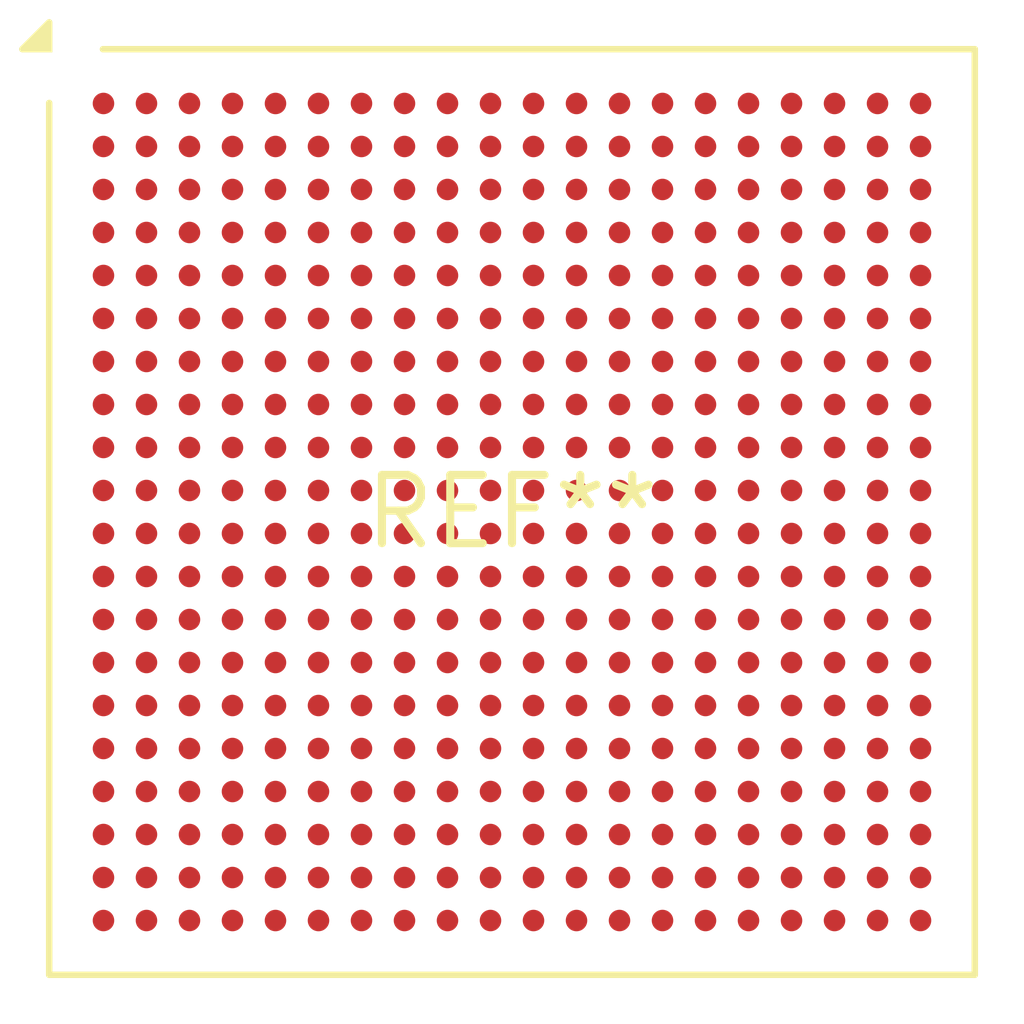
<source format=kicad_pcb>
(kicad_pcb (version 20240108) (generator pcbnew)
  (layers (0 "F.Cu" signal) (31 "B.Cu" signal) (34 "B.Paste" user) (35 "F.Paste" user) (36 "B.SilkS" user "B.Silkscreen") (37 "F.SilkS" user "F.Silkscreen") (38 "B.Mask" user) (39 "F.Mask" user) (44 "Edge.Cuts" user))
  (net 0 "")
  (footprint "Xilinx_CLG400" (layer "F.Cu") (at 0 0)
    (property "Reference" "REF**")
    (property "Value" "Xilinx_CLG400")
    (fp_line (start -8.61 8.61) (end -8.61 -7.61) (layer "F.SilkS") (stroke (width 0.12)))
    (fp_line (start -7.61 -8.61) (end 8.61 -8.61) (layer "F.SilkS") (stroke (width 0.12)))
    (fp_line (start 8.61 -8.61) (end 8.61 8.61) (layer "F.SilkS") (stroke (width 0.12)))
    (fp_line (start 8.61 8.61) (end -8.61 8.61) (layer "F.SilkS") (stroke (width 0.12)))
    (fp_poly (pts (xy -8.61 -8.61) (xy -9.11 -8.61) (xy -8.61 -9.11) (xy -8.61 -8.61)) (layer "F.SilkS") (stroke (width 0.12)) (fill solid))
    (pad "A1" smd circle (at -7.6 -7.6) (size 0.4 0.4) (property pad_prop_bga) (layers "F.Cu" "F.Paste" "F.Mask"))
    (pad "A2" smd circle (at -6.8 -7.6) (size 0.4 0.4) (property pad_prop_bga) (layers "F.Cu" "F.Paste" "F.Mask"))
    (pad "A3" smd circle (at -6 -7.6) (size 0.4 0.4) (property pad_prop_bga) (layers "F.Cu" "F.Paste" "F.Mask"))
    (pad "A4" smd circle (at -5.2 -7.6) (size 0.4 0.4) (property pad_prop_bga) (layers "F.Cu" "F.Paste" "F.Mask"))
    (pad "A5" smd circle (at -4.4 -7.6) (size 0.4 0.4) (property pad_prop_bga) (layers "F.Cu" "F.Paste" "F.Mask"))
    (pad "A6" smd circle (at -3.6 -7.6) (size 0.4 0.4) (property pad_prop_bga) (layers "F.Cu" "F.Paste" "F.Mask"))
    (pad "A7" smd circle (at -2.8 -7.6) (size 0.4 0.4) (property pad_prop_bga) (layers "F.Cu" "F.Paste" "F.Mask"))
    (pad "A8" smd circle (at -2 -7.6) (size 0.4 0.4) (property pad_prop_bga) (layers "F.Cu" "F.Paste" "F.Mask"))
    (pad "A9" smd circle (at -1.2 -7.6) (size 0.4 0.4) (property pad_prop_bga) (layers "F.Cu" "F.Paste" "F.Mask"))
    (pad "A10" smd circle (at -0.4 -7.6) (size 0.4 0.4) (property pad_prop_bga) (layers "F.Cu" "F.Paste" "F.Mask"))
    (pad "A11" smd circle (at 0.4 -7.6) (size 0.4 0.4) (property pad_prop_bga) (layers "F.Cu" "F.Paste" "F.Mask"))
    (pad "A12" smd circle (at 1.2 -7.6) (size 0.4 0.4) (property pad_prop_bga) (layers "F.Cu" "F.Paste" "F.Mask"))
    (pad "A13" smd circle (at 2 -7.6) (size 0.4 0.4) (property pad_prop_bga) (layers "F.Cu" "F.Paste" "F.Mask"))
    (pad "A14" smd circle (at 2.8 -7.6) (size 0.4 0.4) (property pad_prop_bga) (layers "F.Cu" "F.Paste" "F.Mask"))
    (pad "A15" smd circle (at 3.6 -7.6) (size 0.4 0.4) (property pad_prop_bga) (layers "F.Cu" "F.Paste" "F.Mask"))
    (pad "A16" smd circle (at 4.4 -7.6) (size 0.4 0.4) (property pad_prop_bga) (layers "F.Cu" "F.Paste" "F.Mask"))
    (pad "A17" smd circle (at 5.2 -7.6) (size 0.4 0.4) (property pad_prop_bga) (layers "F.Cu" "F.Paste" "F.Mask"))
    (pad "A18" smd circle (at 6 -7.6) (size 0.4 0.4) (property pad_prop_bga) (layers "F.Cu" "F.Paste" "F.Mask"))
    (pad "A19" smd circle (at 6.8 -7.6) (size 0.4 0.4) (property pad_prop_bga) (layers "F.Cu" "F.Paste" "F.Mask"))
    (pad "A20" smd circle (at 7.6 -7.6) (size 0.4 0.4) (property pad_prop_bga) (layers "F.Cu" "F.Paste" "F.Mask"))
    (pad "B1" smd circle (at -7.6 -6.8) (size 0.4 0.4) (property pad_prop_bga) (layers "F.Cu" "F.Paste" "F.Mask"))
    (pad "B2" smd circle (at -6.8 -6.8) (size 0.4 0.4) (property pad_prop_bga) (layers "F.Cu" "F.Paste" "F.Mask"))
    (pad "B3" smd circle (at -6 -6.8) (size 0.4 0.4) (property pad_prop_bga) (layers "F.Cu" "F.Paste" "F.Mask"))
    (pad "B4" smd circle (at -5.2 -6.8) (size 0.4 0.4) (property pad_prop_bga) (layers "F.Cu" "F.Paste" "F.Mask"))
    (pad "B5" smd circle (at -4.4 -6.8) (size 0.4 0.4) (property pad_prop_bga) (layers "F.Cu" "F.Paste" "F.Mask"))
    (pad "B6" smd circle (at -3.6 -6.8) (size 0.4 0.4) (property pad_prop_bga) (layers "F.Cu" "F.Paste" "F.Mask"))
    (pad "B7" smd circle (at -2.8 -6.8) (size 0.4 0.4) (property pad_prop_bga) (layers "F.Cu" "F.Paste" "F.Mask"))
    (pad "B8" smd circle (at -2 -6.8) (size 0.4 0.4) (property pad_prop_bga) (layers "F.Cu" "F.Paste" "F.Mask"))
    (pad "B9" smd circle (at -1.2 -6.8) (size 0.4 0.4) (property pad_prop_bga) (layers "F.Cu" "F.Paste" "F.Mask"))
    (pad "B10" smd circle (at -0.4 -6.8) (size 0.4 0.4) (property pad_prop_bga) (layers "F.Cu" "F.Paste" "F.Mask"))
    (pad "B11" smd circle (at 0.4 -6.8) (size 0.4 0.4) (property pad_prop_bga) (layers "F.Cu" "F.Paste" "F.Mask"))
    (pad "B12" smd circle (at 1.2 -6.8) (size 0.4 0.4) (property pad_prop_bga) (layers "F.Cu" "F.Paste" "F.Mask"))
    (pad "B13" smd circle (at 2 -6.8) (size 0.4 0.4) (property pad_prop_bga) (layers "F.Cu" "F.Paste" "F.Mask"))
    (pad "B14" smd circle (at 2.8 -6.8) (size 0.4 0.4) (property pad_prop_bga) (layers "F.Cu" "F.Paste" "F.Mask"))
    (pad "B15" smd circle (at 3.6 -6.8) (size 0.4 0.4) (property pad_prop_bga) (layers "F.Cu" "F.Paste" "F.Mask"))
    (pad "B16" smd circle (at 4.4 -6.8) (size 0.4 0.4) (property pad_prop_bga) (layers "F.Cu" "F.Paste" "F.Mask"))
    (pad "B17" smd circle (at 5.2 -6.8) (size 0.4 0.4) (property pad_prop_bga) (layers "F.Cu" "F.Paste" "F.Mask"))
    (pad "B18" smd circle (at 6 -6.8) (size 0.4 0.4) (property pad_prop_bga) (layers "F.Cu" "F.Paste" "F.Mask"))
    (pad "B19" smd circle (at 6.8 -6.8) (size 0.4 0.4) (property pad_prop_bga) (layers "F.Cu" "F.Paste" "F.Mask"))
    (pad "B20" smd circle (at 7.6 -6.8) (size 0.4 0.4) (property pad_prop_bga) (layers "F.Cu" "F.Paste" "F.Mask"))
    (pad "C1" smd circle (at -7.6 -6) (size 0.4 0.4) (property pad_prop_bga) (layers "F.Cu" "F.Paste" "F.Mask"))
    (pad "C2" smd circle (at -6.8 -6) (size 0.4 0.4) (property pad_prop_bga) (layers "F.Cu" "F.Paste" "F.Mask"))
    (pad "C3" smd circle (at -6 -6) (size 0.4 0.4) (property pad_prop_bga) (layers "F.Cu" "F.Paste" "F.Mask"))
    (pad "C4" smd circle (at -5.2 -6) (size 0.4 0.4) (property pad_prop_bga) (layers "F.Cu" "F.Paste" "F.Mask"))
    (pad "C5" smd circle (at -4.4 -6) (size 0.4 0.4) (property pad_prop_bga) (layers "F.Cu" "F.Paste" "F.Mask"))
    (pad "C6" smd circle (at -3.6 -6) (size 0.4 0.4) (property pad_prop_bga) (layers "F.Cu" "F.Paste" "F.Mask"))
    (pad "C7" smd circle (at -2.8 -6) (size 0.4 0.4) (property pad_prop_bga) (layers "F.Cu" "F.Paste" "F.Mask"))
    (pad "C8" smd circle (at -2 -6) (size 0.4 0.4) (property pad_prop_bga) (layers "F.Cu" "F.Paste" "F.Mask"))
    (pad "C9" smd circle (at -1.2 -6) (size 0.4 0.4) (property pad_prop_bga) (layers "F.Cu" "F.Paste" "F.Mask"))
    (pad "C10" smd circle (at -0.4 -6) (size 0.4 0.4) (property pad_prop_bga) (layers "F.Cu" "F.Paste" "F.Mask"))
    (pad "C11" smd circle (at 0.4 -6) (size 0.4 0.4) (property pad_prop_bga) (layers "F.Cu" "F.Paste" "F.Mask"))
    (pad "C12" smd circle (at 1.2 -6) (size 0.4 0.4) (property pad_prop_bga) (layers "F.Cu" "F.Paste" "F.Mask"))
    (pad "C13" smd circle (at 2 -6) (size 0.4 0.4) (property pad_prop_bga) (layers "F.Cu" "F.Paste" "F.Mask"))
    (pad "C14" smd circle (at 2.8 -6) (size 0.4 0.4) (property pad_prop_bga) (layers "F.Cu" "F.Paste" "F.Mask"))
    (pad "C15" smd circle (at 3.6 -6) (size 0.4 0.4) (property pad_prop_bga) (layers "F.Cu" "F.Paste" "F.Mask"))
    (pad "C16" smd circle (at 4.4 -6) (size 0.4 0.4) (property pad_prop_bga) (layers "F.Cu" "F.Paste" "F.Mask"))
    (pad "C17" smd circle (at 5.2 -6) (size 0.4 0.4) (property pad_prop_bga) (layers "F.Cu" "F.Paste" "F.Mask"))
    (pad "C18" smd circle (at 6 -6) (size 0.4 0.4) (property pad_prop_bga) (layers "F.Cu" "F.Paste" "F.Mask"))
    (pad "C19" smd circle (at 6.8 -6) (size 0.4 0.4) (property pad_prop_bga) (layers "F.Cu" "F.Paste" "F.Mask"))
    (pad "C20" smd circle (at 7.6 -6) (size 0.4 0.4) (property pad_prop_bga) (layers "F.Cu" "F.Paste" "F.Mask"))
    (pad "D1" smd circle (at -7.6 -5.2) (size 0.4 0.4) (property pad_prop_bga) (layers "F.Cu" "F.Paste" "F.Mask"))
    (pad "D2" smd circle (at -6.8 -5.2) (size 0.4 0.4) (property pad_prop_bga) (layers "F.Cu" "F.Paste" "F.Mask"))
    (pad "D3" smd circle (at -6 -5.2) (size 0.4 0.4) (property pad_prop_bga) (layers "F.Cu" "F.Paste" "F.Mask"))
    (pad "D4" smd circle (at -5.2 -5.2) (size 0.4 0.4) (property pad_prop_bga) (layers "F.Cu" "F.Paste" "F.Mask"))
    (pad "D5" smd circle (at -4.4 -5.2) (size 0.4 0.4) (property pad_prop_bga) (layers "F.Cu" "F.Paste" "F.Mask"))
    (pad "D6" smd circle (at -3.6 -5.2) (size 0.4 0.4) (property pad_prop_bga) (layers "F.Cu" "F.Paste" "F.Mask"))
    (pad "D7" smd circle (at -2.8 -5.2) (size 0.4 0.4) (property pad_prop_bga) (layers "F.Cu" "F.Paste" "F.Mask"))
    (pad "D8" smd circle (at -2 -5.2) (size 0.4 0.4) (property pad_prop_bga) (layers "F.Cu" "F.Paste" "F.Mask"))
    (pad "D9" smd circle (at -1.2 -5.2) (size 0.4 0.4) (property pad_prop_bga) (layers "F.Cu" "F.Paste" "F.Mask"))
    (pad "D10" smd circle (at -0.4 -5.2) (size 0.4 0.4) (property pad_prop_bga) (layers "F.Cu" "F.Paste" "F.Mask"))
    (pad "D11" smd circle (at 0.4 -5.2) (size 0.4 0.4) (property pad_prop_bga) (layers "F.Cu" "F.Paste" "F.Mask"))
    (pad "D12" smd circle (at 1.2 -5.2) (size 0.4 0.4) (property pad_prop_bga) (layers "F.Cu" "F.Paste" "F.Mask"))
    (pad "D13" smd circle (at 2 -5.2) (size 0.4 0.4) (property pad_prop_bga) (layers "F.Cu" "F.Paste" "F.Mask"))
    (pad "D14" smd circle (at 2.8 -5.2) (size 0.4 0.4) (property pad_prop_bga) (layers "F.Cu" "F.Paste" "F.Mask"))
    (pad "D15" smd circle (at 3.6 -5.2) (size 0.4 0.4) (property pad_prop_bga) (layers "F.Cu" "F.Paste" "F.Mask"))
    (pad "D16" smd circle (at 4.4 -5.2) (size 0.4 0.4) (property pad_prop_bga) (layers "F.Cu" "F.Paste" "F.Mask"))
    (pad "D17" smd circle (at 5.2 -5.2) (size 0.4 0.4) (property pad_prop_bga) (layers "F.Cu" "F.Paste" "F.Mask"))
    (pad "D18" smd circle (at 6 -5.2) (size 0.4 0.4) (property pad_prop_bga) (layers "F.Cu" "F.Paste" "F.Mask"))
    (pad "D19" smd circle (at 6.8 -5.2) (size 0.4 0.4) (property pad_prop_bga) (layers "F.Cu" "F.Paste" "F.Mask"))
    (pad "D20" smd circle (at 7.6 -5.2) (size 0.4 0.4) (property pad_prop_bga) (layers "F.Cu" "F.Paste" "F.Mask"))
    (pad "E1" smd circle (at -7.6 -4.4) (size 0.4 0.4) (property pad_prop_bga) (layers "F.Cu" "F.Paste" "F.Mask"))
    (pad "E2" smd circle (at -6.8 -4.4) (size 0.4 0.4) (property pad_prop_bga) (layers "F.Cu" "F.Paste" "F.Mask"))
    (pad "E3" smd circle (at -6 -4.4) (size 0.4 0.4) (property pad_prop_bga) (layers "F.Cu" "F.Paste" "F.Mask"))
    (pad "E4" smd circle (at -5.2 -4.4) (size 0.4 0.4) (property pad_prop_bga) (layers "F.Cu" "F.Paste" "F.Mask"))
    (pad "E5" smd circle (at -4.4 -4.4) (size 0.4 0.4) (property pad_prop_bga) (layers "F.Cu" "F.Paste" "F.Mask"))
    (pad "E6" smd circle (at -3.6 -4.4) (size 0.4 0.4) (property pad_prop_bga) (layers "F.Cu" "F.Paste" "F.Mask"))
    (pad "E7" smd circle (at -2.8 -4.4) (size 0.4 0.4) (property pad_prop_bga) (layers "F.Cu" "F.Paste" "F.Mask"))
    (pad "E8" smd circle (at -2 -4.4) (size 0.4 0.4) (property pad_prop_bga) (layers "F.Cu" "F.Paste" "F.Mask"))
    (pad "E9" smd circle (at -1.2 -4.4) (size 0.4 0.4) (property pad_prop_bga) (layers "F.Cu" "F.Paste" "F.Mask"))
    (pad "E10" smd circle (at -0.4 -4.4) (size 0.4 0.4) (property pad_prop_bga) (layers "F.Cu" "F.Paste" "F.Mask"))
    (pad "E11" smd circle (at 0.4 -4.4) (size 0.4 0.4) (property pad_prop_bga) (layers "F.Cu" "F.Paste" "F.Mask"))
    (pad "E12" smd circle (at 1.2 -4.4) (size 0.4 0.4) (property pad_prop_bga) (layers "F.Cu" "F.Paste" "F.Mask"))
    (pad "E13" smd circle (at 2 -4.4) (size 0.4 0.4) (property pad_prop_bga) (layers "F.Cu" "F.Paste" "F.Mask"))
    (pad "E14" smd circle (at 2.8 -4.4) (size 0.4 0.4) (property pad_prop_bga) (layers "F.Cu" "F.Paste" "F.Mask"))
    (pad "E15" smd circle (at 3.6 -4.4) (size 0.4 0.4) (property pad_prop_bga) (layers "F.Cu" "F.Paste" "F.Mask"))
    (pad "E16" smd circle (at 4.4 -4.4) (size 0.4 0.4) (property pad_prop_bga) (layers "F.Cu" "F.Paste" "F.Mask"))
    (pad "E17" smd circle (at 5.2 -4.4) (size 0.4 0.4) (property pad_prop_bga) (layers "F.Cu" "F.Paste" "F.Mask"))
    (pad "E18" smd circle (at 6 -4.4) (size 0.4 0.4) (property pad_prop_bga) (layers "F.Cu" "F.Paste" "F.Mask"))
    (pad "E19" smd circle (at 6.8 -4.4) (size 0.4 0.4) (property pad_prop_bga) (layers "F.Cu" "F.Paste" "F.Mask"))
    (pad "E20" smd circle (at 7.6 -4.4) (size 0.4 0.4) (property pad_prop_bga) (layers "F.Cu" "F.Paste" "F.Mask"))
    (pad "F1" smd circle (at -7.6 -3.6) (size 0.4 0.4) (property pad_prop_bga) (layers "F.Cu" "F.Paste" "F.Mask"))
    (pad "F2" smd circle (at -6.8 -3.6) (size 0.4 0.4) (property pad_prop_bga) (layers "F.Cu" "F.Paste" "F.Mask"))
    (pad "F3" smd circle (at -6 -3.6) (size 0.4 0.4) (property pad_prop_bga) (layers "F.Cu" "F.Paste" "F.Mask"))
    (pad "F4" smd circle (at -5.2 -3.6) (size 0.4 0.4) (property pad_prop_bga) (layers "F.Cu" "F.Paste" "F.Mask"))
    (pad "F5" smd circle (at -4.4 -3.6) (size 0.4 0.4) (property pad_prop_bga) (layers "F.Cu" "F.Paste" "F.Mask"))
    (pad "F6" smd circle (at -3.6 -3.6) (size 0.4 0.4) (property pad_prop_bga) (layers "F.Cu" "F.Paste" "F.Mask"))
    (pad "F7" smd circle (at -2.8 -3.6) (size 0.4 0.4) (property pad_prop_bga) (layers "F.Cu" "F.Paste" "F.Mask"))
    (pad "F8" smd circle (at -2 -3.6) (size 0.4 0.4) (property pad_prop_bga) (layers "F.Cu" "F.Paste" "F.Mask"))
    (pad "F9" smd circle (at -1.2 -3.6) (size 0.4 0.4) (property pad_prop_bga) (layers "F.Cu" "F.Paste" "F.Mask"))
    (pad "F10" smd circle (at -0.4 -3.6) (size 0.4 0.4) (property pad_prop_bga) (layers "F.Cu" "F.Paste" "F.Mask"))
    (pad "F11" smd circle (at 0.4 -3.6) (size 0.4 0.4) (property pad_prop_bga) (layers "F.Cu" "F.Paste" "F.Mask"))
    (pad "F12" smd circle (at 1.2 -3.6) (size 0.4 0.4) (property pad_prop_bga) (layers "F.Cu" "F.Paste" "F.Mask"))
    (pad "F13" smd circle (at 2 -3.6) (size 0.4 0.4) (property pad_prop_bga) (layers "F.Cu" "F.Paste" "F.Mask"))
    (pad "F14" smd circle (at 2.8 -3.6) (size 0.4 0.4) (property pad_prop_bga) (layers "F.Cu" "F.Paste" "F.Mask"))
    (pad "F15" smd circle (at 3.6 -3.6) (size 0.4 0.4) (property pad_prop_bga) (layers "F.Cu" "F.Paste" "F.Mask"))
    (pad "F16" smd circle (at 4.4 -3.6) (size 0.4 0.4) (property pad_prop_bga) (layers "F.Cu" "F.Paste" "F.Mask"))
    (pad "F17" smd circle (at 5.2 -3.6) (size 0.4 0.4) (property pad_prop_bga) (layers "F.Cu" "F.Paste" "F.Mask"))
    (pad "F18" smd circle (at 6 -3.6) (size 0.4 0.4) (property pad_prop_bga) (layers "F.Cu" "F.Paste" "F.Mask"))
    (pad "F19" smd circle (at 6.8 -3.6) (size 0.4 0.4) (property pad_prop_bga) (layers "F.Cu" "F.Paste" "F.Mask"))
    (pad "F20" smd circle (at 7.6 -3.6) (size 0.4 0.4) (property pad_prop_bga) (layers "F.Cu" "F.Paste" "F.Mask"))
    (pad "G1" smd circle (at -7.6 -2.8) (size 0.4 0.4) (property pad_prop_bga) (layers "F.Cu" "F.Paste" "F.Mask"))
    (pad "G2" smd circle (at -6.8 -2.8) (size 0.4 0.4) (property pad_prop_bga) (layers "F.Cu" "F.Paste" "F.Mask"))
    (pad "G3" smd circle (at -6 -2.8) (size 0.4 0.4) (property pad_prop_bga) (layers "F.Cu" "F.Paste" "F.Mask"))
    (pad "G4" smd circle (at -5.2 -2.8) (size 0.4 0.4) (property pad_prop_bga) (layers "F.Cu" "F.Paste" "F.Mask"))
    (pad "G5" smd circle (at -4.4 -2.8) (size 0.4 0.4) (property pad_prop_bga) (layers "F.Cu" "F.Paste" "F.Mask"))
    (pad "G6" smd circle (at -3.6 -2.8) (size 0.4 0.4) (property pad_prop_bga) (layers "F.Cu" "F.Paste" "F.Mask"))
    (pad "G7" smd circle (at -2.8 -2.8) (size 0.4 0.4) (property pad_prop_bga) (layers "F.Cu" "F.Paste" "F.Mask"))
    (pad "G8" smd circle (at -2 -2.8) (size 0.4 0.4) (property pad_prop_bga) (layers "F.Cu" "F.Paste" "F.Mask"))
    (pad "G9" smd circle (at -1.2 -2.8) (size 0.4 0.4) (property pad_prop_bga) (layers "F.Cu" "F.Paste" "F.Mask"))
    (pad "G10" smd circle (at -0.4 -2.8) (size 0.4 0.4) (property pad_prop_bga) (layers "F.Cu" "F.Paste" "F.Mask"))
    (pad "G11" smd circle (at 0.4 -2.8) (size 0.4 0.4) (property pad_prop_bga) (layers "F.Cu" "F.Paste" "F.Mask"))
    (pad "G12" smd circle (at 1.2 -2.8) (size 0.4 0.4) (property pad_prop_bga) (layers "F.Cu" "F.Paste" "F.Mask"))
    (pad "G13" smd circle (at 2 -2.8) (size 0.4 0.4) (property pad_prop_bga) (layers "F.Cu" "F.Paste" "F.Mask"))
    (pad "G14" smd circle (at 2.8 -2.8) (size 0.4 0.4) (property pad_prop_bga) (layers "F.Cu" "F.Paste" "F.Mask"))
    (pad "G15" smd circle (at 3.6 -2.8) (size 0.4 0.4) (property pad_prop_bga) (layers "F.Cu" "F.Paste" "F.Mask"))
    (pad "G16" smd circle (at 4.4 -2.8) (size 0.4 0.4) (property pad_prop_bga) (layers "F.Cu" "F.Paste" "F.Mask"))
    (pad "G17" smd circle (at 5.2 -2.8) (size 0.4 0.4) (property pad_prop_bga) (layers "F.Cu" "F.Paste" "F.Mask"))
    (pad "G18" smd circle (at 6 -2.8) (size 0.4 0.4) (property pad_prop_bga) (layers "F.Cu" "F.Paste" "F.Mask"))
    (pad "G19" smd circle (at 6.8 -2.8) (size 0.4 0.4) (property pad_prop_bga) (layers "F.Cu" "F.Paste" "F.Mask"))
    (pad "G20" smd circle (at 7.6 -2.8) (size 0.4 0.4) (property pad_prop_bga) (layers "F.Cu" "F.Paste" "F.Mask"))
    (pad "H1" smd circle (at -7.6 -2) (size 0.4 0.4) (property pad_prop_bga) (layers "F.Cu" "F.Paste" "F.Mask"))
    (pad "H2" smd circle (at -6.8 -2) (size 0.4 0.4) (property pad_prop_bga) (layers "F.Cu" "F.Paste" "F.Mask"))
    (pad "H3" smd circle (at -6 -2) (size 0.4 0.4) (property pad_prop_bga) (layers "F.Cu" "F.Paste" "F.Mask"))
    (pad "H4" smd circle (at -5.2 -2) (size 0.4 0.4) (property pad_prop_bga) (layers "F.Cu" "F.Paste" "F.Mask"))
    (pad "H5" smd circle (at -4.4 -2) (size 0.4 0.4) (property pad_prop_bga) (layers "F.Cu" "F.Paste" "F.Mask"))
    (pad "H6" smd circle (at -3.6 -2) (size 0.4 0.4) (property pad_prop_bga) (layers "F.Cu" "F.Paste" "F.Mask"))
    (pad "H7" smd circle (at -2.8 -2) (size 0.4 0.4) (property pad_prop_bga) (layers "F.Cu" "F.Paste" "F.Mask"))
    (pad "H8" smd circle (at -2 -2) (size 0.4 0.4) (property pad_prop_bga) (layers "F.Cu" "F.Paste" "F.Mask"))
    (pad "H9" smd circle (at -1.2 -2) (size 0.4 0.4) (property pad_prop_bga) (layers "F.Cu" "F.Paste" "F.Mask"))
    (pad "H10" smd circle (at -0.4 -2) (size 0.4 0.4) (property pad_prop_bga) (layers "F.Cu" "F.Paste" "F.Mask"))
    (pad "H11" smd circle (at 0.4 -2) (size 0.4 0.4) (property pad_prop_bga) (layers "F.Cu" "F.Paste" "F.Mask"))
    (pad "H12" smd circle (at 1.2 -2) (size 0.4 0.4) (property pad_prop_bga) (layers "F.Cu" "F.Paste" "F.Mask"))
    (pad "H13" smd circle (at 2 -2) (size 0.4 0.4) (property pad_prop_bga) (layers "F.Cu" "F.Paste" "F.Mask"))
    (pad "H14" smd circle (at 2.8 -2) (size 0.4 0.4) (property pad_prop_bga) (layers "F.Cu" "F.Paste" "F.Mask"))
    (pad "H15" smd circle (at 3.6 -2) (size 0.4 0.4) (property pad_prop_bga) (layers "F.Cu" "F.Paste" "F.Mask"))
    (pad "H16" smd circle (at 4.4 -2) (size 0.4 0.4) (property pad_prop_bga) (layers "F.Cu" "F.Paste" "F.Mask"))
    (pad "H17" smd circle (at 5.2 -2) (size 0.4 0.4) (property pad_prop_bga) (layers "F.Cu" "F.Paste" "F.Mask"))
    (pad "H18" smd circle (at 6 -2) (size 0.4 0.4) (property pad_prop_bga) (layers "F.Cu" "F.Paste" "F.Mask"))
    (pad "H19" smd circle (at 6.8 -2) (size 0.4 0.4) (property pad_prop_bga) (layers "F.Cu" "F.Paste" "F.Mask"))
    (pad "H20" smd circle (at 7.6 -2) (size 0.4 0.4) (property pad_prop_bga) (layers "F.Cu" "F.Paste" "F.Mask"))
    (pad "J1" smd circle (at -7.6 -1.2) (size 0.4 0.4) (property pad_prop_bga) (layers "F.Cu" "F.Paste" "F.Mask"))
    (pad "J2" smd circle (at -6.8 -1.2) (size 0.4 0.4) (property pad_prop_bga) (layers "F.Cu" "F.Paste" "F.Mask"))
    (pad "J3" smd circle (at -6 -1.2) (size 0.4 0.4) (property pad_prop_bga) (layers "F.Cu" "F.Paste" "F.Mask"))
    (pad "J4" smd circle (at -5.2 -1.2) (size 0.4 0.4) (property pad_prop_bga) (layers "F.Cu" "F.Paste" "F.Mask"))
    (pad "J5" smd circle (at -4.4 -1.2) (size 0.4 0.4) (property pad_prop_bga) (layers "F.Cu" "F.Paste" "F.Mask"))
    (pad "J6" smd circle (at -3.6 -1.2) (size 0.4 0.4) (property pad_prop_bga) (layers "F.Cu" "F.Paste" "F.Mask"))
    (pad "J7" smd circle (at -2.8 -1.2) (size 0.4 0.4) (property pad_prop_bga) (layers "F.Cu" "F.Paste" "F.Mask"))
    (pad "J8" smd circle (at -2 -1.2) (size 0.4 0.4) (property pad_prop_bga) (layers "F.Cu" "F.Paste" "F.Mask"))
    (pad "J9" smd circle (at -1.2 -1.2) (size 0.4 0.4) (property pad_prop_bga) (layers "F.Cu" "F.Paste" "F.Mask"))
    (pad "J10" smd circle (at -0.4 -1.2) (size 0.4 0.4) (property pad_prop_bga) (layers "F.Cu" "F.Paste" "F.Mask"))
    (pad "J11" smd circle (at 0.4 -1.2) (size 0.4 0.4) (property pad_prop_bga) (layers "F.Cu" "F.Paste" "F.Mask"))
    (pad "J12" smd circle (at 1.2 -1.2) (size 0.4 0.4) (property pad_prop_bga) (layers "F.Cu" "F.Paste" "F.Mask"))
    (pad "J13" smd circle (at 2 -1.2) (size 0.4 0.4) (property pad_prop_bga) (layers "F.Cu" "F.Paste" "F.Mask"))
    (pad "J14" smd circle (at 2.8 -1.2) (size 0.4 0.4) (property pad_prop_bga) (layers "F.Cu" "F.Paste" "F.Mask"))
    (pad "J15" smd circle (at 3.6 -1.2) (size 0.4 0.4) (property pad_prop_bga) (layers "F.Cu" "F.Paste" "F.Mask"))
    (pad "J16" smd circle (at 4.4 -1.2) (size 0.4 0.4) (property pad_prop_bga) (layers "F.Cu" "F.Paste" "F.Mask"))
    (pad "J17" smd circle (at 5.2 -1.2) (size 0.4 0.4) (property pad_prop_bga) (layers "F.Cu" "F.Paste" "F.Mask"))
    (pad "J18" smd circle (at 6 -1.2) (size 0.4 0.4) (property pad_prop_bga) (layers "F.Cu" "F.Paste" "F.Mask"))
    (pad "J19" smd circle (at 6.8 -1.2) (size 0.4 0.4) (property pad_prop_bga) (layers "F.Cu" "F.Paste" "F.Mask"))
    (pad "J20" smd circle (at 7.6 -1.2) (size 0.4 0.4) (property pad_prop_bga) (layers "F.Cu" "F.Paste" "F.Mask"))
    (pad "K1" smd circle (at -7.6 -0.4) (size 0.4 0.4) (property pad_prop_bga) (layers "F.Cu" "F.Paste" "F.Mask"))
    (pad "K2" smd circle (at -6.8 -0.4) (size 0.4 0.4) (property pad_prop_bga) (layers "F.Cu" "F.Paste" "F.Mask"))
    (pad "K3" smd circle (at -6 -0.4) (size 0.4 0.4) (property pad_prop_bga) (layers "F.Cu" "F.Paste" "F.Mask"))
    (pad "K4" smd circle (at -5.2 -0.4) (size 0.4 0.4) (property pad_prop_bga) (layers "F.Cu" "F.Paste" "F.Mask"))
    (pad "K5" smd circle (at -4.4 -0.4) (size 0.4 0.4) (property pad_prop_bga) (layers "F.Cu" "F.Paste" "F.Mask"))
    (pad "K6" smd circle (at -3.6 -0.4) (size 0.4 0.4) (property pad_prop_bga) (layers "F.Cu" "F.Paste" "F.Mask"))
    (pad "K7" smd circle (at -2.8 -0.4) (size 0.4 0.4) (property pad_prop_bga) (layers "F.Cu" "F.Paste" "F.Mask"))
    (pad "K8" smd circle (at -2 -0.4) (size 0.4 0.4) (property pad_prop_bga) (layers "F.Cu" "F.Paste" "F.Mask"))
    (pad "K9" smd circle (at -1.2 -0.4) (size 0.4 0.4) (property pad_prop_bga) (layers "F.Cu" "F.Paste" "F.Mask"))
    (pad "K10" smd circle (at -0.4 -0.4) (size 0.4 0.4) (property pad_prop_bga) (layers "F.Cu" "F.Paste" "F.Mask"))
    (pad "K11" smd circle (at 0.4 -0.4) (size 0.4 0.4) (property pad_prop_bga) (layers "F.Cu" "F.Paste" "F.Mask"))
    (pad "K12" smd circle (at 1.2 -0.4) (size 0.4 0.4) (property pad_prop_bga) (layers "F.Cu" "F.Paste" "F.Mask"))
    (pad "K13" smd circle (at 2 -0.4) (size 0.4 0.4) (property pad_prop_bga) (layers "F.Cu" "F.Paste" "F.Mask"))
    (pad "K14" smd circle (at 2.8 -0.4) (size 0.4 0.4) (property pad_prop_bga) (layers "F.Cu" "F.Paste" "F.Mask"))
    (pad "K15" smd circle (at 3.6 -0.4) (size 0.4 0.4) (property pad_prop_bga) (layers "F.Cu" "F.Paste" "F.Mask"))
    (pad "K16" smd circle (at 4.4 -0.4) (size 0.4 0.4) (property pad_prop_bga) (layers "F.Cu" "F.Paste" "F.Mask"))
    (pad "K17" smd circle (at 5.2 -0.4) (size 0.4 0.4) (property pad_prop_bga) (layers "F.Cu" "F.Paste" "F.Mask"))
    (pad "K18" smd circle (at 6 -0.4) (size 0.4 0.4) (property pad_prop_bga) (layers "F.Cu" "F.Paste" "F.Mask"))
    (pad "K19" smd circle (at 6.8 -0.4) (size 0.4 0.4) (property pad_prop_bga) (layers "F.Cu" "F.Paste" "F.Mask"))
    (pad "K20" smd circle (at 7.6 -0.4) (size 0.4 0.4) (property pad_prop_bga) (layers "F.Cu" "F.Paste" "F.Mask"))
    (pad "L1" smd circle (at -7.6 0.4) (size 0.4 0.4) (property pad_prop_bga) (layers "F.Cu" "F.Paste" "F.Mask"))
    (pad "L2" smd circle (at -6.8 0.4) (size 0.4 0.4) (property pad_prop_bga) (layers "F.Cu" "F.Paste" "F.Mask"))
    (pad "L3" smd circle (at -6 0.4) (size 0.4 0.4) (property pad_prop_bga) (layers "F.Cu" "F.Paste" "F.Mask"))
    (pad "L4" smd circle (at -5.2 0.4) (size 0.4 0.4) (property pad_prop_bga) (layers "F.Cu" "F.Paste" "F.Mask"))
    (pad "L5" smd circle (at -4.4 0.4) (size 0.4 0.4) (property pad_prop_bga) (layers "F.Cu" "F.Paste" "F.Mask"))
    (pad "L6" smd circle (at -3.6 0.4) (size 0.4 0.4) (property pad_prop_bga) (layers "F.Cu" "F.Paste" "F.Mask"))
    (pad "L7" smd circle (at -2.8 0.4) (size 0.4 0.4) (property pad_prop_bga) (layers "F.Cu" "F.Paste" "F.Mask"))
    (pad "L8" smd circle (at -2 0.4) (size 0.4 0.4) (property pad_prop_bga) (layers "F.Cu" "F.Paste" "F.Mask"))
    (pad "L9" smd circle (at -1.2 0.4) (size 0.4 0.4) (property pad_prop_bga) (layers "F.Cu" "F.Paste" "F.Mask"))
    (pad "L10" smd circle (at -0.4 0.4) (size 0.4 0.4) (property pad_prop_bga) (layers "F.Cu" "F.Paste" "F.Mask"))
    (pad "L11" smd circle (at 0.4 0.4) (size 0.4 0.4) (property pad_prop_bga) (layers "F.Cu" "F.Paste" "F.Mask"))
    (pad "L12" smd circle (at 1.2 0.4) (size 0.4 0.4) (property pad_prop_bga) (layers "F.Cu" "F.Paste" "F.Mask"))
    (pad "L13" smd circle (at 2 0.4) (size 0.4 0.4) (property pad_prop_bga) (layers "F.Cu" "F.Paste" "F.Mask"))
    (pad "L14" smd circle (at 2.8 0.4) (size 0.4 0.4) (property pad_prop_bga) (layers "F.Cu" "F.Paste" "F.Mask"))
    (pad "L15" smd circle (at 3.6 0.4) (size 0.4 0.4) (property pad_prop_bga) (layers "F.Cu" "F.Paste" "F.Mask"))
    (pad "L16" smd circle (at 4.4 0.4) (size 0.4 0.4) (property pad_prop_bga) (layers "F.Cu" "F.Paste" "F.Mask"))
    (pad "L17" smd circle (at 5.2 0.4) (size 0.4 0.4) (property pad_prop_bga) (layers "F.Cu" "F.Paste" "F.Mask"))
    (pad "L18" smd circle (at 6 0.4) (size 0.4 0.4) (property pad_prop_bga) (layers "F.Cu" "F.Paste" "F.Mask"))
    (pad "L19" smd circle (at 6.8 0.4) (size 0.4 0.4) (property pad_prop_bga) (layers "F.Cu" "F.Paste" "F.Mask"))
    (pad "L20" smd circle (at 7.6 0.4) (size 0.4 0.4) (property pad_prop_bga) (layers "F.Cu" "F.Paste" "F.Mask"))
    (pad "M1" smd circle (at -7.6 1.2) (size 0.4 0.4) (property pad_prop_bga) (layers "F.Cu" "F.Paste" "F.Mask"))
    (pad "M2" smd circle (at -6.8 1.2) (size 0.4 0.4) (property pad_prop_bga) (layers "F.Cu" "F.Paste" "F.Mask"))
    (pad "M3" smd circle (at -6 1.2) (size 0.4 0.4) (property pad_prop_bga) (layers "F.Cu" "F.Paste" "F.Mask"))
    (pad "M4" smd circle (at -5.2 1.2) (size 0.4 0.4) (property pad_prop_bga) (layers "F.Cu" "F.Paste" "F.Mask"))
    (pad "M5" smd circle (at -4.4 1.2) (size 0.4 0.4) (property pad_prop_bga) (layers "F.Cu" "F.Paste" "F.Mask"))
    (pad "M6" smd circle (at -3.6 1.2) (size 0.4 0.4) (property pad_prop_bga) (layers "F.Cu" "F.Paste" "F.Mask"))
    (pad "M7" smd circle (at -2.8 1.2) (size 0.4 0.4) (property pad_prop_bga) (layers "F.Cu" "F.Paste" "F.Mask"))
    (pad "M8" smd circle (at -2 1.2) (size 0.4 0.4) (property pad_prop_bga) (layers "F.Cu" "F.Paste" "F.Mask"))
    (pad "M9" smd circle (at -1.2 1.2) (size 0.4 0.4) (property pad_prop_bga) (layers "F.Cu" "F.Paste" "F.Mask"))
    (pad "M10" smd circle (at -0.4 1.2) (size 0.4 0.4) (property pad_prop_bga) (layers "F.Cu" "F.Paste" "F.Mask"))
    (pad "M11" smd circle (at 0.4 1.2) (size 0.4 0.4) (property pad_prop_bga) (layers "F.Cu" "F.Paste" "F.Mask"))
    (pad "M12" smd circle (at 1.2 1.2) (size 0.4 0.4) (property pad_prop_bga) (layers "F.Cu" "F.Paste" "F.Mask"))
    (pad "M13" smd circle (at 2 1.2) (size 0.4 0.4) (property pad_prop_bga) (layers "F.Cu" "F.Paste" "F.Mask"))
    (pad "M14" smd circle (at 2.8 1.2) (size 0.4 0.4) (property pad_prop_bga) (layers "F.Cu" "F.Paste" "F.Mask"))
    (pad "M15" smd circle (at 3.6 1.2) (size 0.4 0.4) (property pad_prop_bga) (layers "F.Cu" "F.Paste" "F.Mask"))
    (pad "M16" smd circle (at 4.4 1.2) (size 0.4 0.4) (property pad_prop_bga) (layers "F.Cu" "F.Paste" "F.Mask"))
    (pad "M17" smd circle (at 5.2 1.2) (size 0.4 0.4) (property pad_prop_bga) (layers "F.Cu" "F.Paste" "F.Mask"))
    (pad "M18" smd circle (at 6 1.2) (size 0.4 0.4) (property pad_prop_bga) (layers "F.Cu" "F.Paste" "F.Mask"))
    (pad "M19" smd circle (at 6.8 1.2) (size 0.4 0.4) (property pad_prop_bga) (layers "F.Cu" "F.Paste" "F.Mask"))
    (pad "M20" smd circle (at 7.6 1.2) (size 0.4 0.4) (property pad_prop_bga) (layers "F.Cu" "F.Paste" "F.Mask"))
    (pad "N1" smd circle (at -7.6 2) (size 0.4 0.4) (property pad_prop_bga) (layers "F.Cu" "F.Paste" "F.Mask"))
    (pad "N2" smd circle (at -6.8 2) (size 0.4 0.4) (property pad_prop_bga) (layers "F.Cu" "F.Paste" "F.Mask"))
    (pad "N3" smd circle (at -6 2) (size 0.4 0.4) (property pad_prop_bga) (layers "F.Cu" "F.Paste" "F.Mask"))
    (pad "N4" smd circle (at -5.2 2) (size 0.4 0.4) (property pad_prop_bga) (layers "F.Cu" "F.Paste" "F.Mask"))
    (pad "N5" smd circle (at -4.4 2) (size 0.4 0.4) (property pad_prop_bga) (layers "F.Cu" "F.Paste" "F.Mask"))
    (pad "N6" smd circle (at -3.6 2) (size 0.4 0.4) (property pad_prop_bga) (layers "F.Cu" "F.Paste" "F.Mask"))
    (pad "N7" smd circle (at -2.8 2) (size 0.4 0.4) (property pad_prop_bga) (layers "F.Cu" "F.Paste" "F.Mask"))
    (pad "N8" smd circle (at -2 2) (size 0.4 0.4) (property pad_prop_bga) (layers "F.Cu" "F.Paste" "F.Mask"))
    (pad "N9" smd circle (at -1.2 2) (size 0.4 0.4) (property pad_prop_bga) (layers "F.Cu" "F.Paste" "F.Mask"))
    (pad "N10" smd circle (at -0.4 2) (size 0.4 0.4) (property pad_prop_bga) (layers "F.Cu" "F.Paste" "F.Mask"))
    (pad "N11" smd circle (at 0.4 2) (size 0.4 0.4) (property pad_prop_bga) (layers "F.Cu" "F.Paste" "F.Mask"))
    (pad "N12" smd circle (at 1.2 2) (size 0.4 0.4) (property pad_prop_bga) (layers "F.Cu" "F.Paste" "F.Mask"))
    (pad "N13" smd circle (at 2 2) (size 0.4 0.4) (property pad_prop_bga) (layers "F.Cu" "F.Paste" "F.Mask"))
    (pad "N14" smd circle (at 2.8 2) (size 0.4 0.4) (property pad_prop_bga) (layers "F.Cu" "F.Paste" "F.Mask"))
    (pad "N15" smd circle (at 3.6 2) (size 0.4 0.4) (property pad_prop_bga) (layers "F.Cu" "F.Paste" "F.Mask"))
    (pad "N16" smd circle (at 4.4 2) (size 0.4 0.4) (property pad_prop_bga) (layers "F.Cu" "F.Paste" "F.Mask"))
    (pad "N17" smd circle (at 5.2 2) (size 0.4 0.4) (property pad_prop_bga) (layers "F.Cu" "F.Paste" "F.Mask"))
    (pad "N18" smd circle (at 6 2) (size 0.4 0.4) (property pad_prop_bga) (layers "F.Cu" "F.Paste" "F.Mask"))
    (pad "N19" smd circle (at 6.8 2) (size 0.4 0.4) (property pad_prop_bga) (layers "F.Cu" "F.Paste" "F.Mask"))
    (pad "N20" smd circle (at 7.6 2) (size 0.4 0.4) (property pad_prop_bga) (layers "F.Cu" "F.Paste" "F.Mask"))
    (pad "P1" smd circle (at -7.6 2.8) (size 0.4 0.4) (property pad_prop_bga) (layers "F.Cu" "F.Paste" "F.Mask"))
    (pad "P2" smd circle (at -6.8 2.8) (size 0.4 0.4) (property pad_prop_bga) (layers "F.Cu" "F.Paste" "F.Mask"))
    (pad "P3" smd circle (at -6 2.8) (size 0.4 0.4) (property pad_prop_bga) (layers "F.Cu" "F.Paste" "F.Mask"))
    (pad "P4" smd circle (at -5.2 2.8) (size 0.4 0.4) (property pad_prop_bga) (layers "F.Cu" "F.Paste" "F.Mask"))
    (pad "P5" smd circle (at -4.4 2.8) (size 0.4 0.4) (property pad_prop_bga) (layers "F.Cu" "F.Paste" "F.Mask"))
    (pad "P6" smd circle (at -3.6 2.8) (size 0.4 0.4) (property pad_prop_bga) (layers "F.Cu" "F.Paste" "F.Mask"))
    (pad "P7" smd circle (at -2.8 2.8) (size 0.4 0.4) (property pad_prop_bga) (layers "F.Cu" "F.Paste" "F.Mask"))
    (pad "P8" smd circle (at -2 2.8) (size 0.4 0.4) (property pad_prop_bga) (layers "F.Cu" "F.Paste" "F.Mask"))
    (pad "P9" smd circle (at -1.2 2.8) (size 0.4 0.4) (property pad_prop_bga) (layers "F.Cu" "F.Paste" "F.Mask"))
    (pad "P10" smd circle (at -0.4 2.8) (size 0.4 0.4) (property pad_prop_bga) (layers "F.Cu" "F.Paste" "F.Mask"))
    (pad "P11" smd circle (at 0.4 2.8) (size 0.4 0.4) (property pad_prop_bga) (layers "F.Cu" "F.Paste" "F.Mask"))
    (pad "P12" smd circle (at 1.2 2.8) (size 0.4 0.4) (property pad_prop_bga) (layers "F.Cu" "F.Paste" "F.Mask"))
    (pad "P13" smd circle (at 2 2.8) (size 0.4 0.4) (property pad_prop_bga) (layers "F.Cu" "F.Paste" "F.Mask"))
    (pad "P14" smd circle (at 2.8 2.8) (size 0.4 0.4) (property pad_prop_bga) (layers "F.Cu" "F.Paste" "F.Mask"))
    (pad "P15" smd circle (at 3.6 2.8) (size 0.4 0.4) (property pad_prop_bga) (layers "F.Cu" "F.Paste" "F.Mask"))
    (pad "P16" smd circle (at 4.4 2.8) (size 0.4 0.4) (property pad_prop_bga) (layers "F.Cu" "F.Paste" "F.Mask"))
    (pad "P17" smd circle (at 5.2 2.8) (size 0.4 0.4) (property pad_prop_bga) (layers "F.Cu" "F.Paste" "F.Mask"))
    (pad "P18" smd circle (at 6 2.8) (size 0.4 0.4) (property pad_prop_bga) (layers "F.Cu" "F.Paste" "F.Mask"))
    (pad "P19" smd circle (at 6.8 2.8) (size 0.4 0.4) (property pad_prop_bga) (layers "F.Cu" "F.Paste" "F.Mask"))
    (pad "P20" smd circle (at 7.6 2.8) (size 0.4 0.4) (property pad_prop_bga) (layers "F.Cu" "F.Paste" "F.Mask"))
    (pad "R1" smd circle (at -7.6 3.6) (size 0.4 0.4) (property pad_prop_bga) (layers "F.Cu" "F.Paste" "F.Mask"))
    (pad "R2" smd circle (at -6.8 3.6) (size 0.4 0.4) (property pad_prop_bga) (layers "F.Cu" "F.Paste" "F.Mask"))
    (pad "R3" smd circle (at -6 3.6) (size 0.4 0.4) (property pad_prop_bga) (layers "F.Cu" "F.Paste" "F.Mask"))
    (pad "R4" smd circle (at -5.2 3.6) (size 0.4 0.4) (property pad_prop_bga) (layers "F.Cu" "F.Paste" "F.Mask"))
    (pad "R5" smd circle (at -4.4 3.6) (size 0.4 0.4) (property pad_prop_bga) (layers "F.Cu" "F.Paste" "F.Mask"))
    (pad "R6" smd circle (at -3.6 3.6) (size 0.4 0.4) (property pad_prop_bga) (layers "F.Cu" "F.Paste" "F.Mask"))
    (pad "R7" smd circle (at -2.8 3.6) (size 0.4 0.4) (property pad_prop_bga) (layers "F.Cu" "F.Paste" "F.Mask"))
    (pad "R8" smd circle (at -2 3.6) (size 0.4 0.4) (property pad_prop_bga) (layers "F.Cu" "F.Paste" "F.Mask"))
    (pad "R9" smd circle (at -1.2 3.6) (size 0.4 0.4) (property pad_prop_bga) (layers "F.Cu" "F.Paste" "F.Mask"))
    (pad "R10" smd circle (at -0.4 3.6) (size 0.4 0.4) (property pad_prop_bga) (layers "F.Cu" "F.Paste" "F.Mask"))
    (pad "R11" smd circle (at 0.4 3.6) (size 0.4 0.4) (property pad_prop_bga) (layers "F.Cu" "F.Paste" "F.Mask"))
    (pad "R12" smd circle (at 1.2 3.6) (size 0.4 0.4) (property pad_prop_bga) (layers "F.Cu" "F.Paste" "F.Mask"))
    (pad "R13" smd circle (at 2 3.6) (size 0.4 0.4) (property pad_prop_bga) (layers "F.Cu" "F.Paste" "F.Mask"))
    (pad "R14" smd circle (at 2.8 3.6) (size 0.4 0.4) (property pad_prop_bga) (layers "F.Cu" "F.Paste" "F.Mask"))
    (pad "R15" smd circle (at 3.6 3.6) (size 0.4 0.4) (property pad_prop_bga) (layers "F.Cu" "F.Paste" "F.Mask"))
    (pad "R16" smd circle (at 4.4 3.6) (size 0.4 0.4) (property pad_prop_bga) (layers "F.Cu" "F.Paste" "F.Mask"))
    (pad "R17" smd circle (at 5.2 3.6) (size 0.4 0.4) (property pad_prop_bga) (layers "F.Cu" "F.Paste" "F.Mask"))
    (pad "R18" smd circle (at 6 3.6) (size 0.4 0.4) (property pad_prop_bga) (layers "F.Cu" "F.Paste" "F.Mask"))
    (pad "R19" smd circle (at 6.8 3.6) (size 0.4 0.4) (property pad_prop_bga) (layers "F.Cu" "F.Paste" "F.Mask"))
    (pad "R20" smd circle (at 7.6 3.6) (size 0.4 0.4) (property pad_prop_bga) (layers "F.Cu" "F.Paste" "F.Mask"))
    (pad "T1" smd circle (at -7.6 4.4) (size 0.4 0.4) (property pad_prop_bga) (layers "F.Cu" "F.Paste" "F.Mask"))
    (pad "T2" smd circle (at -6.8 4.4) (size 0.4 0.4) (property pad_prop_bga) (layers "F.Cu" "F.Paste" "F.Mask"))
    (pad "T3" smd circle (at -6 4.4) (size 0.4 0.4) (property pad_prop_bga) (layers "F.Cu" "F.Paste" "F.Mask"))
    (pad "T4" smd circle (at -5.2 4.4) (size 0.4 0.4) (property pad_prop_bga) (layers "F.Cu" "F.Paste" "F.Mask"))
    (pad "T5" smd circle (at -4.4 4.4) (size 0.4 0.4) (property pad_prop_bga) (layers "F.Cu" "F.Paste" "F.Mask"))
    (pad "T6" smd circle (at -3.6 4.4) (size 0.4 0.4) (property pad_prop_bga) (layers "F.Cu" "F.Paste" "F.Mask"))
    (pad "T7" smd circle (at -2.8 4.4) (size 0.4 0.4) (property pad_prop_bga) (layers "F.Cu" "F.Paste" "F.Mask"))
    (pad "T8" smd circle (at -2 4.4) (size 0.4 0.4) (property pad_prop_bga) (layers "F.Cu" "F.Paste" "F.Mask"))
    (pad "T9" smd circle (at -1.2 4.4) (size 0.4 0.4) (property pad_prop_bga) (layers "F.Cu" "F.Paste" "F.Mask"))
    (pad "T10" smd circle (at -0.4 4.4) (size 0.4 0.4) (property pad_prop_bga) (layers "F.Cu" "F.Paste" "F.Mask"))
    (pad "T11" smd circle (at 0.4 4.4) (size 0.4 0.4) (property pad_prop_bga) (layers "F.Cu" "F.Paste" "F.Mask"))
    (pad "T12" smd circle (at 1.2 4.4) (size 0.4 0.4) (property pad_prop_bga) (layers "F.Cu" "F.Paste" "F.Mask"))
    (pad "T13" smd circle (at 2 4.4) (size 0.4 0.4) (property pad_prop_bga) (layers "F.Cu" "F.Paste" "F.Mask"))
    (pad "T14" smd circle (at 2.8 4.4) (size 0.4 0.4) (property pad_prop_bga) (layers "F.Cu" "F.Paste" "F.Mask"))
    (pad "T15" smd circle (at 3.6 4.4) (size 0.4 0.4) (property pad_prop_bga) (layers "F.Cu" "F.Paste" "F.Mask"))
    (pad "T16" smd circle (at 4.4 4.4) (size 0.4 0.4) (property pad_prop_bga) (layers "F.Cu" "F.Paste" "F.Mask"))
    (pad "T17" smd circle (at 5.2 4.4) (size 0.4 0.4) (property pad_prop_bga) (layers "F.Cu" "F.Paste" "F.Mask"))
    (pad "T18" smd circle (at 6 4.4) (size 0.4 0.4) (property pad_prop_bga) (layers "F.Cu" "F.Paste" "F.Mask"))
    (pad "T19" smd circle (at 6.8 4.4) (size 0.4 0.4) (property pad_prop_bga) (layers "F.Cu" "F.Paste" "F.Mask"))
    (pad "T20" smd circle (at 7.6 4.4) (size 0.4 0.4) (property pad_prop_bga) (layers "F.Cu" "F.Paste" "F.Mask"))
    (pad "U1" smd circle (at -7.6 5.2) (size 0.4 0.4) (property pad_prop_bga) (layers "F.Cu" "F.Paste" "F.Mask"))
    (pad "U2" smd circle (at -6.8 5.2) (size 0.4 0.4) (property pad_prop_bga) (layers "F.Cu" "F.Paste" "F.Mask"))
    (pad "U3" smd circle (at -6 5.2) (size 0.4 0.4) (property pad_prop_bga) (layers "F.Cu" "F.Paste" "F.Mask"))
    (pad "U4" smd circle (at -5.2 5.2) (size 0.4 0.4) (property pad_prop_bga) (layers "F.Cu" "F.Paste" "F.Mask"))
    (pad "U5" smd circle (at -4.4 5.2) (size 0.4 0.4) (property pad_prop_bga) (layers "F.Cu" "F.Paste" "F.Mask"))
    (pad "U6" smd circle (at -3.6 5.2) (size 0.4 0.4) (property pad_prop_bga) (layers "F.Cu" "F.Paste" "F.Mask"))
    (pad "U7" smd circle (at -2.8 5.2) (size 0.4 0.4) (property pad_prop_bga) (layers "F.Cu" "F.Paste" "F.Mask"))
    (pad "U8" smd circle (at -2 5.2) (size 0.4 0.4) (property pad_prop_bga) (layers "F.Cu" "F.Paste" "F.Mask"))
    (pad "U9" smd circle (at -1.2 5.2) (size 0.4 0.4) (property pad_prop_bga) (layers "F.Cu" "F.Paste" "F.Mask"))
    (pad "U10" smd circle (at -0.4 5.2) (size 0.4 0.4) (property pad_prop_bga) (layers "F.Cu" "F.Paste" "F.Mask"))
    (pad "U11" smd circle (at 0.4 5.2) (size 0.4 0.4) (property pad_prop_bga) (layers "F.Cu" "F.Paste" "F.Mask"))
    (pad "U12" smd circle (at 1.2 5.2) (size 0.4 0.4) (property pad_prop_bga) (layers "F.Cu" "F.Paste" "F.Mask"))
    (pad "U13" smd circle (at 2 5.2) (size 0.4 0.4) (property pad_prop_bga) (layers "F.Cu" "F.Paste" "F.Mask"))
    (pad "U14" smd circle (at 2.8 5.2) (size 0.4 0.4) (property pad_prop_bga) (layers "F.Cu" "F.Paste" "F.Mask"))
    (pad "U15" smd circle (at 3.6 5.2) (size 0.4 0.4) (property pad_prop_bga) (layers "F.Cu" "F.Paste" "F.Mask"))
    (pad "U16" smd circle (at 4.4 5.2) (size 0.4 0.4) (property pad_prop_bga) (layers "F.Cu" "F.Paste" "F.Mask"))
    (pad "U17" smd circle (at 5.2 5.2) (size 0.4 0.4) (property pad_prop_bga) (layers "F.Cu" "F.Paste" "F.Mask"))
    (pad "U18" smd circle (at 6 5.2) (size 0.4 0.4) (property pad_prop_bga) (layers "F.Cu" "F.Paste" "F.Mask"))
    (pad "U19" smd circle (at 6.8 5.2) (size 0.4 0.4) (property pad_prop_bga) (layers "F.Cu" "F.Paste" "F.Mask"))
    (pad "U20" smd circle (at 7.6 5.2) (size 0.4 0.4) (property pad_prop_bga) (layers "F.Cu" "F.Paste" "F.Mask"))
    (pad "V1" smd circle (at -7.6 6) (size 0.4 0.4) (property pad_prop_bga) (layers "F.Cu" "F.Paste" "F.Mask"))
    (pad "V2" smd circle (at -6.8 6) (size 0.4 0.4) (property pad_prop_bga) (layers "F.Cu" "F.Paste" "F.Mask"))
    (pad "V3" smd circle (at -6 6) (size 0.4 0.4) (property pad_prop_bga) (layers "F.Cu" "F.Paste" "F.Mask"))
    (pad "V4" smd circle (at -5.2 6) (size 0.4 0.4) (property pad_prop_bga) (layers "F.Cu" "F.Paste" "F.Mask"))
    (pad "V5" smd circle (at -4.4 6) (size 0.4 0.4) (property pad_prop_bga) (layers "F.Cu" "F.Paste" "F.Mask"))
    (pad "V6" smd circle (at -3.6 6) (size 0.4 0.4) (property pad_prop_bga) (layers "F.Cu" "F.Paste" "F.Mask"))
    (pad "V7" smd circle (at -2.8 6) (size 0.4 0.4) (property pad_prop_bga) (layers "F.Cu" "F.Paste" "F.Mask"))
    (pad "V8" smd circle (at -2 6) (size 0.4 0.4) (property pad_prop_bga) (layers "F.Cu" "F.Paste" "F.Mask"))
    (pad "V9" smd circle (at -1.2 6) (size 0.4 0.4) (property pad_prop_bga) (layers "F.Cu" "F.Paste" "F.Mask"))
    (pad "V10" smd circle (at -0.4 6) (size 0.4 0.4) (property pad_prop_bga) (layers "F.Cu" "F.Paste" "F.Mask"))
    (pad "V11" smd circle (at 0.4 6) (size 0.4 0.4) (property pad_prop_bga) (layers "F.Cu" "F.Paste" "F.Mask"))
    (pad "V12" smd circle (at 1.2 6) (size 0.4 0.4) (property pad_prop_bga) (layers "F.Cu" "F.Paste" "F.Mask"))
    (pad "V13" smd circle (at 2 6) (size 0.4 0.4) (property pad_prop_bga) (layers "F.Cu" "F.Paste" "F.Mask"))
    (pad "V14" smd circle (at 2.8 6) (size 0.4 0.4) (property pad_prop_bga) (layers "F.Cu" "F.Paste" "F.Mask"))
    (pad "V15" smd circle (at 3.6 6) (size 0.4 0.4) (property pad_prop_bga) (layers "F.Cu" "F.Paste" "F.Mask"))
    (pad "V16" smd circle (at 4.4 6) (size 0.4 0.4) (property pad_prop_bga) (layers "F.Cu" "F.Paste" "F.Mask"))
    (pad "V17" smd circle (at 5.2 6) (size 0.4 0.4) (property pad_prop_bga) (layers "F.Cu" "F.Paste" "F.Mask"))
    (pad "V18" smd circle (at 6 6) (size 0.4 0.4) (property pad_prop_bga) (layers "F.Cu" "F.Paste" "F.Mask"))
    (pad "V19" smd circle (at 6.8 6) (size 0.4 0.4) (property pad_prop_bga) (layers "F.Cu" "F.Paste" "F.Mask"))
    (pad "V20" smd circle (at 7.6 6) (size 0.4 0.4) (property pad_prop_bga) (layers "F.Cu" "F.Paste" "F.Mask"))
    (pad "W1" smd circle (at -7.6 6.8) (size 0.4 0.4) (property pad_prop_bga) (layers "F.Cu" "F.Paste" "F.Mask"))
    (pad "W2" smd circle (at -6.8 6.8) (size 0.4 0.4) (property pad_prop_bga) (layers "F.Cu" "F.Paste" "F.Mask"))
    (pad "W3" smd circle (at -6 6.8) (size 0.4 0.4) (property pad_prop_bga) (layers "F.Cu" "F.Paste" "F.Mask"))
    (pad "W4" smd circle (at -5.2 6.8) (size 0.4 0.4) (property pad_prop_bga) (layers "F.Cu" "F.Paste" "F.Mask"))
    (pad "W5" smd circle (at -4.4 6.8) (size 0.4 0.4) (property pad_prop_bga) (layers "F.Cu" "F.Paste" "F.Mask"))
    (pad "W6" smd circle (at -3.6 6.8) (size 0.4 0.4) (property pad_prop_bga) (layers "F.Cu" "F.Paste" "F.Mask"))
    (pad "W7" smd circle (at -2.8 6.8) (size 0.4 0.4) (property pad_prop_bga) (layers "F.Cu" "F.Paste" "F.Mask"))
    (pad "W8" smd circle (at -2 6.8) (size 0.4 0.4) (property pad_prop_bga) (layers "F.Cu" "F.Paste" "F.Mask"))
    (pad "W9" smd circle (at -1.2 6.8) (size 0.4 0.4) (property pad_prop_bga) (layers "F.Cu" "F.Paste" "F.Mask"))
    (pad "W10" smd circle (at -0.4 6.8) (size 0.4 0.4) (property pad_prop_bga) (layers "F.Cu" "F.Paste" "F.Mask"))
    (pad "W11" smd circle (at 0.4 6.8) (size 0.4 0.4) (property pad_prop_bga) (layers "F.Cu" "F.Paste" "F.Mask"))
    (pad "W12" smd circle (at 1.2 6.8) (size 0.4 0.4) (property pad_prop_bga) (layers "F.Cu" "F.Paste" "F.Mask"))
    (pad "W13" smd circle (at 2 6.8) (size 0.4 0.4) (property pad_prop_bga) (layers "F.Cu" "F.Paste" "F.Mask"))
    (pad "W14" smd circle (at 2.8 6.8) (size 0.4 0.4) (property pad_prop_bga) (layers "F.Cu" "F.Paste" "F.Mask"))
    (pad "W15" smd circle (at 3.6 6.8) (size 0.4 0.4) (property pad_prop_bga) (layers "F.Cu" "F.Paste" "F.Mask"))
    (pad "W16" smd circle (at 4.4 6.8) (size 0.4 0.4) (property pad_prop_bga) (layers "F.Cu" "F.Paste" "F.Mask"))
    (pad "W17" smd circle (at 5.2 6.8) (size 0.4 0.4) (property pad_prop_bga) (layers "F.Cu" "F.Paste" "F.Mask"))
    (pad "W18" smd circle (at 6 6.8) (size 0.4 0.4) (property pad_prop_bga) (layers "F.Cu" "F.Paste" "F.Mask"))
    (pad "W19" smd circle (at 6.8 6.8) (size 0.4 0.4) (property pad_prop_bga) (layers "F.Cu" "F.Paste" "F.Mask"))
    (pad "W20" smd circle (at 7.6 6.8) (size 0.4 0.4) (property pad_prop_bga) (layers "F.Cu" "F.Paste" "F.Mask"))
    (pad "Y1" smd circle (at -7.6 7.6) (size 0.4 0.4) (property pad_prop_bga) (layers "F.Cu" "F.Paste" "F.Mask"))
    (pad "Y2" smd circle (at -6.8 7.6) (size 0.4 0.4) (property pad_prop_bga) (layers "F.Cu" "F.Paste" "F.Mask"))
    (pad "Y3" smd circle (at -6 7.6) (size 0.4 0.4) (property pad_prop_bga) (layers "F.Cu" "F.Paste" "F.Mask"))
    (pad "Y4" smd circle (at -5.2 7.6) (size 0.4 0.4) (property pad_prop_bga) (layers "F.Cu" "F.Paste" "F.Mask"))
    (pad "Y5" smd circle (at -4.4 7.6) (size 0.4 0.4) (property pad_prop_bga) (layers "F.Cu" "F.Paste" "F.Mask"))
    (pad "Y6" smd circle (at -3.6 7.6) (size 0.4 0.4) (property pad_prop_bga) (layers "F.Cu" "F.Paste" "F.Mask"))
    (pad "Y7" smd circle (at -2.8 7.6) (size 0.4 0.4) (property pad_prop_bga) (layers "F.Cu" "F.Paste" "F.Mask"))
    (pad "Y8" smd circle (at -2 7.6) (size 0.4 0.4) (property pad_prop_bga) (layers "F.Cu" "F.Paste" "F.Mask"))
    (pad "Y9" smd circle (at -1.2 7.6) (size 0.4 0.4) (property pad_prop_bga) (layers "F.Cu" "F.Paste" "F.Mask"))
    (pad "Y10" smd circle (at -0.4 7.6) (size 0.4 0.4) (property pad_prop_bga) (layers "F.Cu" "F.Paste" "F.Mask"))
    (pad "Y11" smd circle (at 0.4 7.6) (size 0.4 0.4) (property pad_prop_bga) (layers "F.Cu" "F.Paste" "F.Mask"))
    (pad "Y12" smd circle (at 1.2 7.6) (size 0.4 0.4) (property pad_prop_bga) (layers "F.Cu" "F.Paste" "F.Mask"))
    (pad "Y13" smd circle (at 2 7.6) (size 0.4 0.4) (property pad_prop_bga) (layers "F.Cu" "F.Paste" "F.Mask"))
    (pad "Y14" smd circle (at 2.8 7.6) (size 0.4 0.4) (property pad_prop_bga) (layers "F.Cu" "F.Paste" "F.Mask"))
    (pad "Y15" smd circle (at 3.6 7.6) (size 0.4 0.4) (property pad_prop_bga) (layers "F.Cu" "F.Paste" "F.Mask"))
    (pad "Y16" smd circle (at 4.4 7.6) (size 0.4 0.4) (property pad_prop_bga) (layers "F.Cu" "F.Paste" "F.Mask"))
    (pad "Y17" smd circle (at 5.2 7.6) (size 0.4 0.4) (property pad_prop_bga) (layers "F.Cu" "F.Paste" "F.Mask"))
    (pad "Y18" smd circle (at 6 7.6) (size 0.4 0.4) (property pad_prop_bga) (layers "F.Cu" "F.Paste" "F.Mask"))
    (pad "Y19" smd circle (at 6.8 7.6) (size 0.4 0.4) (property pad_prop_bga) (layers "F.Cu" "F.Paste" "F.Mask"))
    (pad "Y20" smd circle (at 7.6 7.6) (size 0.4 0.4) (property pad_prop_bga) (layers "F.Cu" "F.Paste" "F.Mask"))
  )
)
</source>
